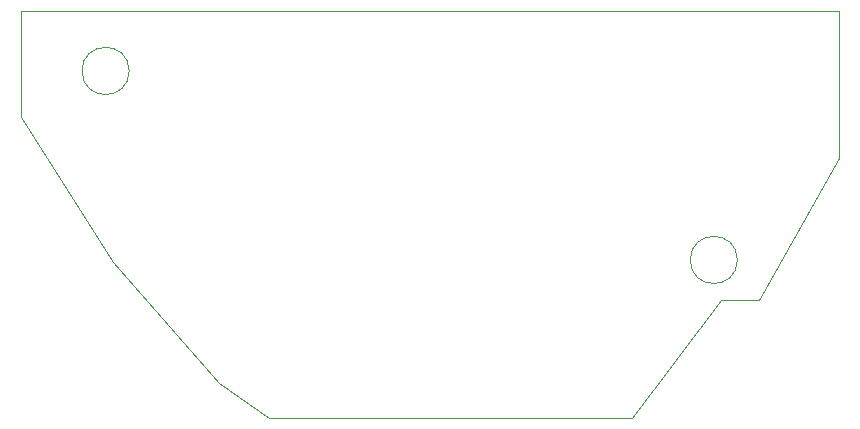
<source format=gm1>
%TF.GenerationSoftware,KiCad,Pcbnew,7.0.7*%
%TF.CreationDate,2023-09-16T13:59:36+03:00*%
%TF.ProjectId,ElectraWifi,456c6563-7472-4615-9769-66692e6b6963,rev?*%
%TF.SameCoordinates,Original*%
%TF.FileFunction,Profile,NP*%
%FSLAX46Y46*%
G04 Gerber Fmt 4.6, Leading zero omitted, Abs format (unit mm)*
G04 Created by KiCad (PCBNEW 7.0.7) date 2023-09-16 13:59:36*
%MOMM*%
%LPD*%
G01*
G04 APERTURE LIST*
%TA.AperFunction,Profile*%
%ADD10C,0.100000*%
%TD*%
G04 APERTURE END LIST*
D10*
X155652000Y-92600000D02*
G75*
G03*
X155652000Y-92600000I-2000000J0D01*
G01*
X104152000Y-76600000D02*
G75*
G03*
X104152000Y-76600000I-2000000J0D01*
G01*
X164250000Y-84000000D02*
X157500000Y-96000000D01*
X154250000Y-96000000D01*
X146750000Y-106000000D01*
X116000000Y-106000000D01*
X111750000Y-103000000D01*
X102750000Y-92750000D01*
X95000000Y-80500000D01*
X95000000Y-71500000D01*
X164250000Y-71500000D01*
X164250000Y-84000000D01*
M02*

</source>
